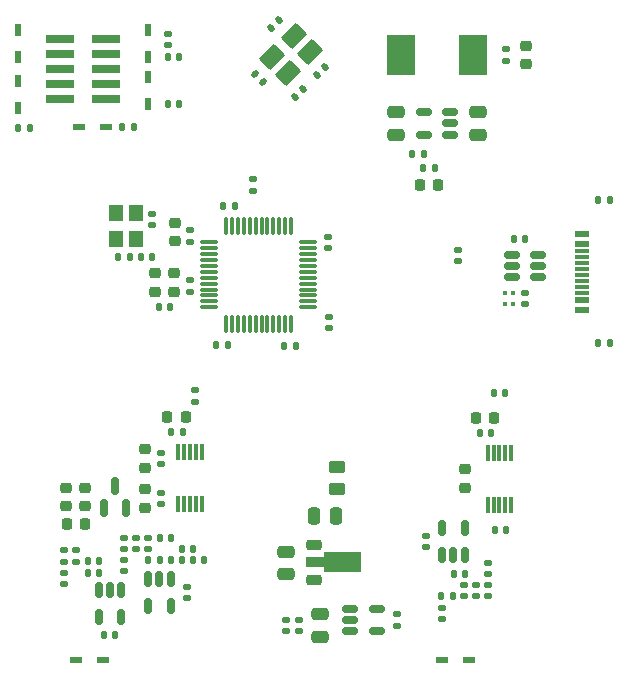
<source format=gbr>
%TF.GenerationSoftware,KiCad,Pcbnew,8.0.7*%
%TF.CreationDate,2025-05-23T18:18:51-03:00*%
%TF.ProjectId,uDAQ,75444151-2e6b-4696-9361-645f70636258,rev?*%
%TF.SameCoordinates,Original*%
%TF.FileFunction,Paste,Top*%
%TF.FilePolarity,Positive*%
%FSLAX46Y46*%
G04 Gerber Fmt 4.6, Leading zero omitted, Abs format (unit mm)*
G04 Created by KiCad (PCBNEW 8.0.7) date 2025-05-23 18:18:51*
%MOMM*%
%LPD*%
G01*
G04 APERTURE LIST*
G04 Aperture macros list*
%AMRoundRect*
0 Rectangle with rounded corners*
0 $1 Rounding radius*
0 $2 $3 $4 $5 $6 $7 $8 $9 X,Y pos of 4 corners*
0 Add a 4 corners polygon primitive as box body*
4,1,4,$2,$3,$4,$5,$6,$7,$8,$9,$2,$3,0*
0 Add four circle primitives for the rounded corners*
1,1,$1+$1,$2,$3*
1,1,$1+$1,$4,$5*
1,1,$1+$1,$6,$7*
1,1,$1+$1,$8,$9*
0 Add four rect primitives between the rounded corners*
20,1,$1+$1,$2,$3,$4,$5,0*
20,1,$1+$1,$4,$5,$6,$7,0*
20,1,$1+$1,$6,$7,$8,$9,0*
20,1,$1+$1,$8,$9,$2,$3,0*%
%AMFreePoly0*
4,1,9,3.862500,-0.866500,0.737500,-0.866500,0.737500,-0.450000,-0.737500,-0.450000,-0.737500,0.450000,0.737500,0.450000,0.737500,0.866500,3.862500,0.866500,3.862500,-0.866500,3.862500,-0.866500,$1*%
G04 Aperture macros list end*
%ADD10R,1.240000X0.600000*%
%ADD11R,1.240000X0.300000*%
%ADD12R,2.400000X0.740000*%
%ADD13R,2.350000X3.500000*%
%ADD14RoundRect,0.140000X-0.170000X0.140000X-0.170000X-0.140000X0.170000X-0.140000X0.170000X0.140000X0*%
%ADD15RoundRect,0.140000X0.140000X0.170000X-0.140000X0.170000X-0.140000X-0.170000X0.140000X-0.170000X0*%
%ADD16RoundRect,0.140000X0.021213X-0.219203X0.219203X-0.021213X-0.021213X0.219203X-0.219203X0.021213X0*%
%ADD17RoundRect,0.140000X-0.140000X-0.170000X0.140000X-0.170000X0.140000X0.170000X-0.140000X0.170000X0*%
%ADD18RoundRect,0.140000X0.170000X-0.140000X0.170000X0.140000X-0.170000X0.140000X-0.170000X-0.140000X0*%
%ADD19RoundRect,0.250000X-0.475000X0.250000X-0.475000X-0.250000X0.475000X-0.250000X0.475000X0.250000X0*%
%ADD20R,0.300000X1.400000*%
%ADD21R,1.200000X1.400000*%
%ADD22RoundRect,0.140000X0.141421X0.933381X-0.933381X-0.141421X-0.141421X-0.933381X0.933381X0.141421X0*%
%ADD23RoundRect,0.225000X0.225000X0.250000X-0.225000X0.250000X-0.225000X-0.250000X0.225000X-0.250000X0*%
%ADD24R,0.500000X1.100000*%
%ADD25RoundRect,0.225000X0.250000X-0.225000X0.250000X0.225000X-0.250000X0.225000X-0.250000X-0.225000X0*%
%ADD26RoundRect,0.250000X0.475000X-0.250000X0.475000X0.250000X-0.475000X0.250000X-0.475000X-0.250000X0*%
%ADD27RoundRect,0.150000X0.150000X-0.587500X0.150000X0.587500X-0.150000X0.587500X-0.150000X-0.587500X0*%
%ADD28RoundRect,0.225000X-0.425000X-0.225000X0.425000X-0.225000X0.425000X0.225000X-0.425000X0.225000X0*%
%ADD29FreePoly0,0.000000*%
%ADD30RoundRect,0.075000X-0.075000X-0.662500X0.075000X-0.662500X0.075000X0.662500X-0.075000X0.662500X0*%
%ADD31RoundRect,0.075000X-0.662500X-0.075000X0.662500X-0.075000X0.662500X0.075000X-0.662500X0.075000X0*%
%ADD32RoundRect,0.225000X-0.225000X-0.250000X0.225000X-0.250000X0.225000X0.250000X-0.225000X0.250000X0*%
%ADD33RoundRect,0.150000X-0.150000X0.512500X-0.150000X-0.512500X0.150000X-0.512500X0.150000X0.512500X0*%
%ADD34RoundRect,0.225000X-0.250000X0.225000X-0.250000X-0.225000X0.250000X-0.225000X0.250000X0.225000X0*%
%ADD35RoundRect,0.079500X0.079500X0.100500X-0.079500X0.100500X-0.079500X-0.100500X0.079500X-0.100500X0*%
%ADD36RoundRect,0.140000X0.219203X0.021213X0.021213X0.219203X-0.219203X-0.021213X-0.021213X-0.219203X0*%
%ADD37RoundRect,0.250000X-0.450000X0.262500X-0.450000X-0.262500X0.450000X-0.262500X0.450000X0.262500X0*%
%ADD38RoundRect,0.150000X0.512500X0.150000X-0.512500X0.150000X-0.512500X-0.150000X0.512500X-0.150000X0*%
%ADD39RoundRect,0.150000X0.150000X-0.512500X0.150000X0.512500X-0.150000X0.512500X-0.150000X-0.512500X0*%
%ADD40RoundRect,0.250000X0.250000X0.475000X-0.250000X0.475000X-0.250000X-0.475000X0.250000X-0.475000X0*%
%ADD41RoundRect,0.150000X-0.512500X-0.150000X0.512500X-0.150000X0.512500X0.150000X-0.512500X0.150000X0*%
%ADD42R,1.100000X0.500000*%
%ADD43RoundRect,0.140000X-0.021213X0.219203X-0.219203X0.021213X0.021213X-0.219203X0.219203X-0.021213X0*%
G04 APERTURE END LIST*
D10*
%TO.C,J201*%
X105850000Y-117700000D03*
X105850000Y-116900000D03*
D11*
X105850000Y-116250000D03*
X105850000Y-115250000D03*
X105850000Y-113750000D03*
X105850000Y-112750000D03*
D10*
X105850000Y-112100000D03*
X105850000Y-111300000D03*
X105850000Y-111300000D03*
X105850000Y-112100000D03*
D11*
X105850000Y-113250000D03*
X105850000Y-114250000D03*
X105850000Y-114750000D03*
X105850000Y-115750000D03*
D10*
X105850000Y-116900000D03*
X105850000Y-117700000D03*
%TD*%
D12*
%TO.C,J202*%
X61685000Y-94780000D03*
X65585000Y-94780000D03*
X61685000Y-96050000D03*
X65585000Y-96050000D03*
X61685000Y-97320000D03*
X65585000Y-97320000D03*
X61685000Y-98590000D03*
X65585000Y-98590000D03*
X61685000Y-99860000D03*
X65585000Y-99860000D03*
%TD*%
D13*
%TO.C,L102*%
X90582500Y-96120000D03*
X96632500Y-96120000D03*
%TD*%
D14*
%TO.C,C315*%
X72450000Y-142117500D03*
X72450000Y-141157500D03*
%TD*%
D15*
%TO.C,R102*%
X92457500Y-105670000D03*
X93417500Y-105670000D03*
%TD*%
D16*
%TO.C,R206*%
X82289411Y-99010589D03*
X81610589Y-99689411D03*
%TD*%
D17*
%TO.C,R212*%
X59110000Y-102300000D03*
X58150000Y-102300000D03*
%TD*%
D18*
%TO.C,C210*%
X69500000Y-109570000D03*
X69500000Y-110530000D03*
%TD*%
D19*
%TO.C,C108*%
X83700000Y-143500000D03*
X83700000Y-145400000D03*
%TD*%
D14*
%TO.C,R205*%
X95400000Y-112620000D03*
X95400000Y-113580000D03*
%TD*%
D20*
%TO.C,U301*%
X71700000Y-129750000D03*
X72200000Y-129750000D03*
X72700000Y-129750000D03*
X73200000Y-129750000D03*
X73700000Y-129750000D03*
X73700000Y-134150000D03*
X73200000Y-134150000D03*
X72700000Y-134150000D03*
X72200000Y-134150000D03*
X71700000Y-134150000D03*
%TD*%
D21*
%TO.C,Y201*%
X68100000Y-109500000D03*
X68100000Y-111700000D03*
X66400000Y-111700000D03*
X66400000Y-109500000D03*
%TD*%
D20*
%TO.C,U401*%
X97892500Y-129800000D03*
X98392500Y-129800000D03*
X98892500Y-129800000D03*
X99392500Y-129800000D03*
X99892500Y-129800000D03*
X99892500Y-134200000D03*
X99392500Y-134200000D03*
X98892500Y-134200000D03*
X98392500Y-134200000D03*
X97892500Y-134200000D03*
%TD*%
D22*
%TO.C,D201*%
X82844155Y-95852513D03*
X81005677Y-97690991D03*
X81500652Y-94509010D03*
X79662174Y-96347488D03*
%TD*%
D23*
%TO.C,R302*%
X63787500Y-135850000D03*
X62237500Y-135850000D03*
%TD*%
D17*
%TO.C,C212*%
X101080000Y-111700000D03*
X100120000Y-111700000D03*
%TD*%
D24*
%TO.C,D206*%
X69135000Y-96290000D03*
X69135000Y-93990000D03*
%TD*%
D17*
%TO.C,R202*%
X69480000Y-113250000D03*
X68520000Y-113250000D03*
%TD*%
D19*
%TO.C,C105*%
X90157500Y-102870000D03*
X90157500Y-100970000D03*
%TD*%
D25*
%TO.C,C207*%
X71312500Y-114625000D03*
X71312500Y-116175000D03*
%TD*%
D18*
%TO.C,R303*%
X62000000Y-139970000D03*
X62000000Y-140930000D03*
%TD*%
D17*
%TO.C,C311*%
X66367500Y-145237500D03*
X65407500Y-145237500D03*
%TD*%
D26*
%TO.C,C104*%
X80800000Y-138200000D03*
X80800000Y-140100000D03*
%TD*%
D27*
%TO.C,U302*%
X66337500Y-132612500D03*
X67287500Y-134487500D03*
X65387500Y-134487500D03*
%TD*%
D14*
%TO.C,R201*%
X78050000Y-107630000D03*
X78050000Y-106670000D03*
%TD*%
D28*
%TO.C,U101*%
X83150000Y-140587500D03*
D29*
X83237500Y-139087500D03*
D28*
X83150000Y-137587500D03*
%TD*%
D30*
%TO.C,U201*%
X75750000Y-110587500D03*
X76250000Y-110587500D03*
X76750000Y-110587500D03*
X77250000Y-110587500D03*
X77750000Y-110587500D03*
X78250000Y-110587500D03*
X78750000Y-110587500D03*
X79250000Y-110587500D03*
X79750000Y-110587500D03*
X80250000Y-110587500D03*
X80750000Y-110587500D03*
X81250000Y-110587500D03*
D31*
X82662500Y-112000000D03*
X82662500Y-112500000D03*
X82662500Y-113000000D03*
X82662500Y-113500000D03*
X82662500Y-114000000D03*
X82662500Y-114500000D03*
X82662500Y-115000000D03*
X82662500Y-115500000D03*
X82662500Y-116000000D03*
X82662500Y-116500000D03*
X82662500Y-117000000D03*
X82662500Y-117500000D03*
D30*
X81250000Y-118912500D03*
X80750000Y-118912500D03*
X80250000Y-118912500D03*
X79750000Y-118912500D03*
X79250000Y-118912500D03*
X78750000Y-118912500D03*
X78250000Y-118912500D03*
X77750000Y-118912500D03*
X77250000Y-118912500D03*
X76750000Y-118912500D03*
X76250000Y-118912500D03*
X75750000Y-118912500D03*
D31*
X74337500Y-117500000D03*
X74337500Y-117000000D03*
X74337500Y-116500000D03*
X74337500Y-116000000D03*
X74337500Y-115500000D03*
X74337500Y-115000000D03*
X74337500Y-114500000D03*
X74337500Y-114000000D03*
X74337500Y-113500000D03*
X74337500Y-113000000D03*
X74337500Y-112500000D03*
X74337500Y-112000000D03*
%TD*%
D14*
%TO.C,L101*%
X101050000Y-117240000D03*
X101050000Y-116280000D03*
%TD*%
D15*
%TO.C,R210*%
X107270000Y-120550000D03*
X108230000Y-120550000D03*
%TD*%
D14*
%TO.C,R405*%
X95892500Y-141020000D03*
X95892500Y-141980000D03*
%TD*%
D32*
%TO.C,C304*%
X70775000Y-126800000D03*
X72325000Y-126800000D03*
%TD*%
D15*
%TO.C,R103*%
X91520000Y-104500000D03*
X92480000Y-104500000D03*
%TD*%
D18*
%TO.C,R301*%
X73150000Y-124520000D03*
X73150000Y-125480000D03*
%TD*%
D14*
%TO.C,C109*%
X90200000Y-143507500D03*
X90200000Y-144467500D03*
%TD*%
%TO.C,R307*%
X68137500Y-137967500D03*
X68137500Y-137007500D03*
%TD*%
D33*
%TO.C,U303*%
X66850000Y-141450000D03*
X65900000Y-141450000D03*
X64950000Y-141450000D03*
X64950000Y-143725000D03*
X66850000Y-143725000D03*
%TD*%
D34*
%TO.C,C307*%
X68900000Y-134475000D03*
X68900000Y-132925000D03*
%TD*%
D18*
%TO.C,C309*%
X63000000Y-138070000D03*
X63000000Y-139030000D03*
%TD*%
%TO.C,C407*%
X92655000Y-136870000D03*
X92655000Y-137830000D03*
%TD*%
D23*
%TO.C,C107*%
X93707500Y-107170000D03*
X92157500Y-107170000D03*
%TD*%
D18*
%TO.C,C206*%
X72662500Y-115220000D03*
X72662500Y-116180000D03*
%TD*%
D15*
%TO.C,C313*%
X69157500Y-138937500D03*
X70117500Y-138937500D03*
%TD*%
D14*
%TO.C,D101*%
X99457500Y-96620000D03*
X99457500Y-95660000D03*
%TD*%
D35*
%TO.C,C101*%
X99355000Y-116260000D03*
X100045000Y-116260000D03*
%TD*%
D17*
%TO.C,C405*%
X95960000Y-140050000D03*
X95000000Y-140050000D03*
%TD*%
D14*
%TO.C,R105*%
X80800000Y-143970000D03*
X80800000Y-144930000D03*
%TD*%
D33*
%TO.C,U304*%
X71050000Y-140500000D03*
X70100000Y-140500000D03*
X69150000Y-140500000D03*
X69150000Y-142775000D03*
X71050000Y-142775000D03*
%TD*%
D15*
%TO.C,R209*%
X107270000Y-108450000D03*
X108230000Y-108450000D03*
%TD*%
D14*
%TO.C,R306*%
X67137500Y-138907500D03*
X67137500Y-139867500D03*
%TD*%
D17*
%TO.C,R402*%
X98512500Y-136350000D03*
X99472500Y-136350000D03*
%TD*%
D36*
%TO.C,R207*%
X78889411Y-98439411D03*
X78210589Y-97760589D03*
%TD*%
D15*
%TO.C,C209*%
X66620000Y-113250000D03*
X67580000Y-113250000D03*
%TD*%
D34*
%TO.C,C403*%
X95992500Y-132775000D03*
X95992500Y-131225000D03*
%TD*%
D14*
%TO.C,C312*%
X67137500Y-137967500D03*
X67137500Y-137007500D03*
%TD*%
%TO.C,C203*%
X84400000Y-112480000D03*
X84400000Y-111520000D03*
%TD*%
D18*
%TO.C,R404*%
X96892500Y-141980000D03*
X96892500Y-141020000D03*
%TD*%
D37*
%TO.C,R101*%
X85100000Y-132862500D03*
X85100000Y-131037500D03*
%TD*%
D15*
%TO.C,C402*%
X98172500Y-128150000D03*
X97212500Y-128150000D03*
%TD*%
D38*
%TO.C,U102*%
X92470000Y-102870000D03*
X92470000Y-100970000D03*
X94745000Y-100970000D03*
X94745000Y-101920000D03*
X94745000Y-102870000D03*
%TD*%
D26*
%TO.C,C106*%
X97057500Y-100970000D03*
X97057500Y-102870000D03*
%TD*%
D17*
%TO.C,R310*%
X72957500Y-138937500D03*
X73917500Y-138937500D03*
%TD*%
D14*
%TO.C,C308*%
X70200000Y-134180000D03*
X70200000Y-133220000D03*
%TD*%
D18*
%TO.C,R403*%
X97892500Y-140080000D03*
X97892500Y-139120000D03*
%TD*%
D24*
%TO.C,D205*%
X69135000Y-97980000D03*
X69135000Y-100280000D03*
%TD*%
D34*
%TO.C,R104*%
X101107500Y-95370000D03*
X101107500Y-96920000D03*
%TD*%
D15*
%TO.C,C314*%
X70120000Y-137050000D03*
X71080000Y-137050000D03*
%TD*%
%TO.C,R309*%
X72017500Y-138937500D03*
X71057500Y-138937500D03*
%TD*%
D17*
%TO.C,R204*%
X75880000Y-120650000D03*
X74920000Y-120650000D03*
%TD*%
D18*
%TO.C,R203*%
X84450000Y-118320000D03*
X84450000Y-119280000D03*
%TD*%
D14*
%TO.C,C301*%
X70200000Y-130780000D03*
X70200000Y-129820000D03*
%TD*%
D39*
%TO.C,U402*%
X94042500Y-138487500D03*
X94992500Y-138487500D03*
X95942500Y-138487500D03*
X95942500Y-136212500D03*
X94042500Y-136212500D03*
%TD*%
D15*
%TO.C,L201*%
X70032500Y-117450000D03*
X70992500Y-117450000D03*
%TD*%
D17*
%TO.C,R211*%
X67925000Y-102240000D03*
X66965000Y-102240000D03*
%TD*%
D18*
%TO.C,C404*%
X97892500Y-141020000D03*
X97892500Y-141980000D03*
%TD*%
%TO.C,R106*%
X81900000Y-144930000D03*
X81900000Y-143970000D03*
%TD*%
D34*
%TO.C,C306*%
X63800000Y-132775000D03*
X63800000Y-134325000D03*
%TD*%
%TO.C,C305*%
X62212500Y-132775000D03*
X62212500Y-134325000D03*
%TD*%
D24*
%TO.C,D204*%
X58145000Y-98340000D03*
X58145000Y-100640000D03*
%TD*%
D40*
%TO.C,C103*%
X83150000Y-135150000D03*
X85050000Y-135150000D03*
%TD*%
D18*
%TO.C,C201*%
X72712500Y-110970000D03*
X72712500Y-111930000D03*
%TD*%
%TO.C,C213*%
X70835000Y-94360000D03*
X70835000Y-95320000D03*
%TD*%
D23*
%TO.C,C401*%
X96917500Y-126850000D03*
X98467500Y-126850000D03*
%TD*%
D16*
%TO.C,R208*%
X83460589Y-97839411D03*
X84139411Y-97160589D03*
%TD*%
D17*
%TO.C,R213*%
X71765000Y-100280000D03*
X70805000Y-100280000D03*
%TD*%
D15*
%TO.C,C202*%
X80682500Y-120750000D03*
X81642500Y-120750000D03*
%TD*%
D17*
%TO.C,R214*%
X71765000Y-96290000D03*
X70805000Y-96290000D03*
%TD*%
D41*
%TO.C,U103*%
X86212500Y-143037500D03*
X86212500Y-143987500D03*
X86212500Y-144937500D03*
X88487500Y-144937500D03*
X88487500Y-143037500D03*
%TD*%
D35*
%TO.C,C102*%
X99355000Y-117260000D03*
X100045000Y-117260000D03*
%TD*%
D25*
%TO.C,C208*%
X69712500Y-114625000D03*
X69712500Y-116175000D03*
%TD*%
D24*
%TO.C,D202*%
X58145000Y-96310000D03*
X58145000Y-94010000D03*
%TD*%
D42*
%TO.C,D203*%
X63285000Y-102250000D03*
X65585000Y-102250000D03*
%TD*%
D15*
%TO.C,C316*%
X72967500Y-137937500D03*
X72007500Y-137937500D03*
%TD*%
D17*
%TO.C,C406*%
X93970000Y-141950000D03*
X94930000Y-141950000D03*
%TD*%
D18*
%TO.C,R406*%
X94000000Y-143880000D03*
X94000000Y-142920000D03*
%TD*%
D17*
%TO.C,C303*%
X72080000Y-128100000D03*
X71120000Y-128100000D03*
%TD*%
%TO.C,C204*%
X75520000Y-108900000D03*
X76480000Y-108900000D03*
%TD*%
D38*
%TO.C,U202*%
X99912500Y-114950000D03*
X99912500Y-114000000D03*
X99912500Y-113050000D03*
X102187500Y-113050000D03*
X102187500Y-114000000D03*
X102187500Y-114950000D03*
%TD*%
D18*
%TO.C,R308*%
X69137500Y-137007500D03*
X69137500Y-137967500D03*
%TD*%
D17*
%TO.C,C310*%
X64980000Y-139000000D03*
X64020000Y-139000000D03*
%TD*%
D34*
%TO.C,C302*%
X68900000Y-129525000D03*
X68900000Y-131075000D03*
%TD*%
D42*
%TO.C,D401*%
X96292500Y-147350000D03*
X93992500Y-147350000D03*
%TD*%
D17*
%TO.C,R401*%
X99400000Y-124750000D03*
X98440000Y-124750000D03*
%TD*%
D25*
%TO.C,C205*%
X71400000Y-110325000D03*
X71400000Y-111875000D03*
%TD*%
D15*
%TO.C,R305*%
X64020000Y-140000000D03*
X64980000Y-140000000D03*
%TD*%
D43*
%TO.C,C211*%
X79510589Y-93839411D03*
X80189411Y-93160589D03*
%TD*%
D42*
%TO.C,D301*%
X65350000Y-147350000D03*
X63050000Y-147350000D03*
%TD*%
D14*
%TO.C,R304*%
X62000000Y-139030000D03*
X62000000Y-138070000D03*
%TD*%
M02*

</source>
